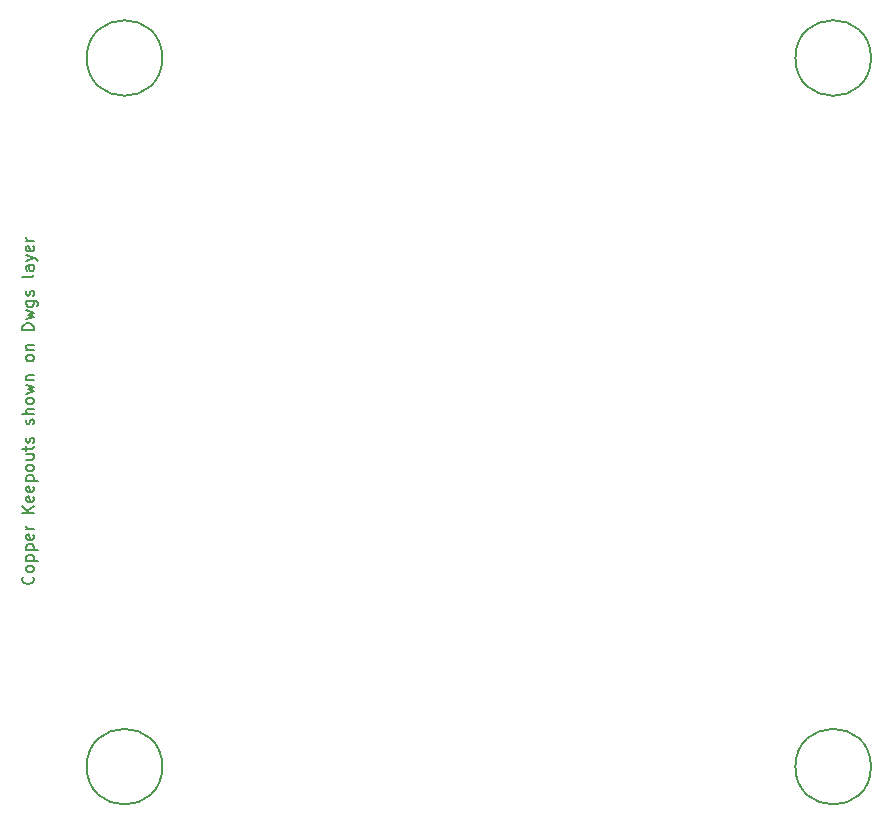
<source format=gbr>
%TF.GenerationSoftware,KiCad,Pcbnew,8.0.1*%
%TF.CreationDate,2024-09-11T09:05:04+09:00*%
%TF.ProjectId,raspcat,72617370-6361-4742-9e6b-696361645f70,rev?*%
%TF.SameCoordinates,Original*%
%TF.FileFunction,Other,Comment*%
%FSLAX46Y46*%
G04 Gerber Fmt 4.6, Leading zero omitted, Abs format (unit mm)*
G04 Created by KiCad (PCBNEW 8.0.1) date 2024-09-11 09:05:04*
%MOMM*%
%LPD*%
G01*
G04 APERTURE LIST*
%ADD10C,0.150000*%
G04 APERTURE END LIST*
D10*
X-2760420Y21099998D02*
X-2712800Y21052379D01*
X-2712800Y21052379D02*
X-2665181Y20909522D01*
X-2665181Y20909522D02*
X-2665181Y20814284D01*
X-2665181Y20814284D02*
X-2712800Y20671427D01*
X-2712800Y20671427D02*
X-2808039Y20576189D01*
X-2808039Y20576189D02*
X-2903277Y20528570D01*
X-2903277Y20528570D02*
X-3093753Y20480951D01*
X-3093753Y20480951D02*
X-3236610Y20480951D01*
X-3236610Y20480951D02*
X-3427086Y20528570D01*
X-3427086Y20528570D02*
X-3522324Y20576189D01*
X-3522324Y20576189D02*
X-3617562Y20671427D01*
X-3617562Y20671427D02*
X-3665181Y20814284D01*
X-3665181Y20814284D02*
X-3665181Y20909522D01*
X-3665181Y20909522D02*
X-3617562Y21052379D01*
X-3617562Y21052379D02*
X-3569943Y21099998D01*
X-2665181Y21671427D02*
X-2712800Y21576189D01*
X-2712800Y21576189D02*
X-2760420Y21528570D01*
X-2760420Y21528570D02*
X-2855658Y21480951D01*
X-2855658Y21480951D02*
X-3141372Y21480951D01*
X-3141372Y21480951D02*
X-3236610Y21528570D01*
X-3236610Y21528570D02*
X-3284229Y21576189D01*
X-3284229Y21576189D02*
X-3331848Y21671427D01*
X-3331848Y21671427D02*
X-3331848Y21814284D01*
X-3331848Y21814284D02*
X-3284229Y21909522D01*
X-3284229Y21909522D02*
X-3236610Y21957141D01*
X-3236610Y21957141D02*
X-3141372Y22004760D01*
X-3141372Y22004760D02*
X-2855658Y22004760D01*
X-2855658Y22004760D02*
X-2760420Y21957141D01*
X-2760420Y21957141D02*
X-2712800Y21909522D01*
X-2712800Y21909522D02*
X-2665181Y21814284D01*
X-2665181Y21814284D02*
X-2665181Y21671427D01*
X-3331848Y22433332D02*
X-2331848Y22433332D01*
X-3284229Y22433332D02*
X-3331848Y22528570D01*
X-3331848Y22528570D02*
X-3331848Y22719046D01*
X-3331848Y22719046D02*
X-3284229Y22814284D01*
X-3284229Y22814284D02*
X-3236610Y22861903D01*
X-3236610Y22861903D02*
X-3141372Y22909522D01*
X-3141372Y22909522D02*
X-2855658Y22909522D01*
X-2855658Y22909522D02*
X-2760420Y22861903D01*
X-2760420Y22861903D02*
X-2712800Y22814284D01*
X-2712800Y22814284D02*
X-2665181Y22719046D01*
X-2665181Y22719046D02*
X-2665181Y22528570D01*
X-2665181Y22528570D02*
X-2712800Y22433332D01*
X-3331848Y23338094D02*
X-2331848Y23338094D01*
X-3284229Y23338094D02*
X-3331848Y23433332D01*
X-3331848Y23433332D02*
X-3331848Y23623808D01*
X-3331848Y23623808D02*
X-3284229Y23719046D01*
X-3284229Y23719046D02*
X-3236610Y23766665D01*
X-3236610Y23766665D02*
X-3141372Y23814284D01*
X-3141372Y23814284D02*
X-2855658Y23814284D01*
X-2855658Y23814284D02*
X-2760420Y23766665D01*
X-2760420Y23766665D02*
X-2712800Y23719046D01*
X-2712800Y23719046D02*
X-2665181Y23623808D01*
X-2665181Y23623808D02*
X-2665181Y23433332D01*
X-2665181Y23433332D02*
X-2712800Y23338094D01*
X-2712800Y24623808D02*
X-2665181Y24528570D01*
X-2665181Y24528570D02*
X-2665181Y24338094D01*
X-2665181Y24338094D02*
X-2712800Y24242856D01*
X-2712800Y24242856D02*
X-2808039Y24195237D01*
X-2808039Y24195237D02*
X-3188991Y24195237D01*
X-3188991Y24195237D02*
X-3284229Y24242856D01*
X-3284229Y24242856D02*
X-3331848Y24338094D01*
X-3331848Y24338094D02*
X-3331848Y24528570D01*
X-3331848Y24528570D02*
X-3284229Y24623808D01*
X-3284229Y24623808D02*
X-3188991Y24671427D01*
X-3188991Y24671427D02*
X-3093753Y24671427D01*
X-3093753Y24671427D02*
X-2998515Y24195237D01*
X-2665181Y25099999D02*
X-3331848Y25099999D01*
X-3141372Y25099999D02*
X-3236610Y25147618D01*
X-3236610Y25147618D02*
X-3284229Y25195237D01*
X-3284229Y25195237D02*
X-3331848Y25290475D01*
X-3331848Y25290475D02*
X-3331848Y25385713D01*
X-2665181Y26480952D02*
X-3665181Y26480952D01*
X-2665181Y27052380D02*
X-3236610Y26623809D01*
X-3665181Y27052380D02*
X-3093753Y26480952D01*
X-2712800Y27861904D02*
X-2665181Y27766666D01*
X-2665181Y27766666D02*
X-2665181Y27576190D01*
X-2665181Y27576190D02*
X-2712800Y27480952D01*
X-2712800Y27480952D02*
X-2808039Y27433333D01*
X-2808039Y27433333D02*
X-3188991Y27433333D01*
X-3188991Y27433333D02*
X-3284229Y27480952D01*
X-3284229Y27480952D02*
X-3331848Y27576190D01*
X-3331848Y27576190D02*
X-3331848Y27766666D01*
X-3331848Y27766666D02*
X-3284229Y27861904D01*
X-3284229Y27861904D02*
X-3188991Y27909523D01*
X-3188991Y27909523D02*
X-3093753Y27909523D01*
X-3093753Y27909523D02*
X-2998515Y27433333D01*
X-2712800Y28719047D02*
X-2665181Y28623809D01*
X-2665181Y28623809D02*
X-2665181Y28433333D01*
X-2665181Y28433333D02*
X-2712800Y28338095D01*
X-2712800Y28338095D02*
X-2808039Y28290476D01*
X-2808039Y28290476D02*
X-3188991Y28290476D01*
X-3188991Y28290476D02*
X-3284229Y28338095D01*
X-3284229Y28338095D02*
X-3331848Y28433333D01*
X-3331848Y28433333D02*
X-3331848Y28623809D01*
X-3331848Y28623809D02*
X-3284229Y28719047D01*
X-3284229Y28719047D02*
X-3188991Y28766666D01*
X-3188991Y28766666D02*
X-3093753Y28766666D01*
X-3093753Y28766666D02*
X-2998515Y28290476D01*
X-3331848Y29195238D02*
X-2331848Y29195238D01*
X-3284229Y29195238D02*
X-3331848Y29290476D01*
X-3331848Y29290476D02*
X-3331848Y29480952D01*
X-3331848Y29480952D02*
X-3284229Y29576190D01*
X-3284229Y29576190D02*
X-3236610Y29623809D01*
X-3236610Y29623809D02*
X-3141372Y29671428D01*
X-3141372Y29671428D02*
X-2855658Y29671428D01*
X-2855658Y29671428D02*
X-2760420Y29623809D01*
X-2760420Y29623809D02*
X-2712800Y29576190D01*
X-2712800Y29576190D02*
X-2665181Y29480952D01*
X-2665181Y29480952D02*
X-2665181Y29290476D01*
X-2665181Y29290476D02*
X-2712800Y29195238D01*
X-2665181Y30242857D02*
X-2712800Y30147619D01*
X-2712800Y30147619D02*
X-2760420Y30100000D01*
X-2760420Y30100000D02*
X-2855658Y30052381D01*
X-2855658Y30052381D02*
X-3141372Y30052381D01*
X-3141372Y30052381D02*
X-3236610Y30100000D01*
X-3236610Y30100000D02*
X-3284229Y30147619D01*
X-3284229Y30147619D02*
X-3331848Y30242857D01*
X-3331848Y30242857D02*
X-3331848Y30385714D01*
X-3331848Y30385714D02*
X-3284229Y30480952D01*
X-3284229Y30480952D02*
X-3236610Y30528571D01*
X-3236610Y30528571D02*
X-3141372Y30576190D01*
X-3141372Y30576190D02*
X-2855658Y30576190D01*
X-2855658Y30576190D02*
X-2760420Y30528571D01*
X-2760420Y30528571D02*
X-2712800Y30480952D01*
X-2712800Y30480952D02*
X-2665181Y30385714D01*
X-2665181Y30385714D02*
X-2665181Y30242857D01*
X-3331848Y31433333D02*
X-2665181Y31433333D01*
X-3331848Y31004762D02*
X-2808039Y31004762D01*
X-2808039Y31004762D02*
X-2712800Y31052381D01*
X-2712800Y31052381D02*
X-2665181Y31147619D01*
X-2665181Y31147619D02*
X-2665181Y31290476D01*
X-2665181Y31290476D02*
X-2712800Y31385714D01*
X-2712800Y31385714D02*
X-2760420Y31433333D01*
X-3331848Y31766667D02*
X-3331848Y32147619D01*
X-3665181Y31909524D02*
X-2808039Y31909524D01*
X-2808039Y31909524D02*
X-2712800Y31957143D01*
X-2712800Y31957143D02*
X-2665181Y32052381D01*
X-2665181Y32052381D02*
X-2665181Y32147619D01*
X-2712800Y32433334D02*
X-2665181Y32528572D01*
X-2665181Y32528572D02*
X-2665181Y32719048D01*
X-2665181Y32719048D02*
X-2712800Y32814286D01*
X-2712800Y32814286D02*
X-2808039Y32861905D01*
X-2808039Y32861905D02*
X-2855658Y32861905D01*
X-2855658Y32861905D02*
X-2950896Y32814286D01*
X-2950896Y32814286D02*
X-2998515Y32719048D01*
X-2998515Y32719048D02*
X-2998515Y32576191D01*
X-2998515Y32576191D02*
X-3046134Y32480953D01*
X-3046134Y32480953D02*
X-3141372Y32433334D01*
X-3141372Y32433334D02*
X-3188991Y32433334D01*
X-3188991Y32433334D02*
X-3284229Y32480953D01*
X-3284229Y32480953D02*
X-3331848Y32576191D01*
X-3331848Y32576191D02*
X-3331848Y32719048D01*
X-3331848Y32719048D02*
X-3284229Y32814286D01*
X-2712800Y34004763D02*
X-2665181Y34100001D01*
X-2665181Y34100001D02*
X-2665181Y34290477D01*
X-2665181Y34290477D02*
X-2712800Y34385715D01*
X-2712800Y34385715D02*
X-2808039Y34433334D01*
X-2808039Y34433334D02*
X-2855658Y34433334D01*
X-2855658Y34433334D02*
X-2950896Y34385715D01*
X-2950896Y34385715D02*
X-2998515Y34290477D01*
X-2998515Y34290477D02*
X-2998515Y34147620D01*
X-2998515Y34147620D02*
X-3046134Y34052382D01*
X-3046134Y34052382D02*
X-3141372Y34004763D01*
X-3141372Y34004763D02*
X-3188991Y34004763D01*
X-3188991Y34004763D02*
X-3284229Y34052382D01*
X-3284229Y34052382D02*
X-3331848Y34147620D01*
X-3331848Y34147620D02*
X-3331848Y34290477D01*
X-3331848Y34290477D02*
X-3284229Y34385715D01*
X-2665181Y34861906D02*
X-3665181Y34861906D01*
X-2665181Y35290477D02*
X-3188991Y35290477D01*
X-3188991Y35290477D02*
X-3284229Y35242858D01*
X-3284229Y35242858D02*
X-3331848Y35147620D01*
X-3331848Y35147620D02*
X-3331848Y35004763D01*
X-3331848Y35004763D02*
X-3284229Y34909525D01*
X-3284229Y34909525D02*
X-3236610Y34861906D01*
X-2665181Y35909525D02*
X-2712800Y35814287D01*
X-2712800Y35814287D02*
X-2760420Y35766668D01*
X-2760420Y35766668D02*
X-2855658Y35719049D01*
X-2855658Y35719049D02*
X-3141372Y35719049D01*
X-3141372Y35719049D02*
X-3236610Y35766668D01*
X-3236610Y35766668D02*
X-3284229Y35814287D01*
X-3284229Y35814287D02*
X-3331848Y35909525D01*
X-3331848Y35909525D02*
X-3331848Y36052382D01*
X-3331848Y36052382D02*
X-3284229Y36147620D01*
X-3284229Y36147620D02*
X-3236610Y36195239D01*
X-3236610Y36195239D02*
X-3141372Y36242858D01*
X-3141372Y36242858D02*
X-2855658Y36242858D01*
X-2855658Y36242858D02*
X-2760420Y36195239D01*
X-2760420Y36195239D02*
X-2712800Y36147620D01*
X-2712800Y36147620D02*
X-2665181Y36052382D01*
X-2665181Y36052382D02*
X-2665181Y35909525D01*
X-3331848Y36576192D02*
X-2665181Y36766668D01*
X-2665181Y36766668D02*
X-3141372Y36957144D01*
X-3141372Y36957144D02*
X-2665181Y37147620D01*
X-2665181Y37147620D02*
X-3331848Y37338096D01*
X-3331848Y37719049D02*
X-2665181Y37719049D01*
X-3236610Y37719049D02*
X-3284229Y37766668D01*
X-3284229Y37766668D02*
X-3331848Y37861906D01*
X-3331848Y37861906D02*
X-3331848Y38004763D01*
X-3331848Y38004763D02*
X-3284229Y38100001D01*
X-3284229Y38100001D02*
X-3188991Y38147620D01*
X-3188991Y38147620D02*
X-2665181Y38147620D01*
X-2665181Y39528573D02*
X-2712800Y39433335D01*
X-2712800Y39433335D02*
X-2760420Y39385716D01*
X-2760420Y39385716D02*
X-2855658Y39338097D01*
X-2855658Y39338097D02*
X-3141372Y39338097D01*
X-3141372Y39338097D02*
X-3236610Y39385716D01*
X-3236610Y39385716D02*
X-3284229Y39433335D01*
X-3284229Y39433335D02*
X-3331848Y39528573D01*
X-3331848Y39528573D02*
X-3331848Y39671430D01*
X-3331848Y39671430D02*
X-3284229Y39766668D01*
X-3284229Y39766668D02*
X-3236610Y39814287D01*
X-3236610Y39814287D02*
X-3141372Y39861906D01*
X-3141372Y39861906D02*
X-2855658Y39861906D01*
X-2855658Y39861906D02*
X-2760420Y39814287D01*
X-2760420Y39814287D02*
X-2712800Y39766668D01*
X-2712800Y39766668D02*
X-2665181Y39671430D01*
X-2665181Y39671430D02*
X-2665181Y39528573D01*
X-3331848Y40290478D02*
X-2665181Y40290478D01*
X-3236610Y40290478D02*
X-3284229Y40338097D01*
X-3284229Y40338097D02*
X-3331848Y40433335D01*
X-3331848Y40433335D02*
X-3331848Y40576192D01*
X-3331848Y40576192D02*
X-3284229Y40671430D01*
X-3284229Y40671430D02*
X-3188991Y40719049D01*
X-3188991Y40719049D02*
X-2665181Y40719049D01*
X-2665181Y41957145D02*
X-3665181Y41957145D01*
X-3665181Y41957145D02*
X-3665181Y42195240D01*
X-3665181Y42195240D02*
X-3617562Y42338097D01*
X-3617562Y42338097D02*
X-3522324Y42433335D01*
X-3522324Y42433335D02*
X-3427086Y42480954D01*
X-3427086Y42480954D02*
X-3236610Y42528573D01*
X-3236610Y42528573D02*
X-3093753Y42528573D01*
X-3093753Y42528573D02*
X-2903277Y42480954D01*
X-2903277Y42480954D02*
X-2808039Y42433335D01*
X-2808039Y42433335D02*
X-2712800Y42338097D01*
X-2712800Y42338097D02*
X-2665181Y42195240D01*
X-2665181Y42195240D02*
X-2665181Y41957145D01*
X-3331848Y42861907D02*
X-2665181Y43052383D01*
X-2665181Y43052383D02*
X-3141372Y43242859D01*
X-3141372Y43242859D02*
X-2665181Y43433335D01*
X-2665181Y43433335D02*
X-3331848Y43623811D01*
X-3331848Y44433335D02*
X-2522324Y44433335D01*
X-2522324Y44433335D02*
X-2427086Y44385716D01*
X-2427086Y44385716D02*
X-2379467Y44338097D01*
X-2379467Y44338097D02*
X-2331848Y44242859D01*
X-2331848Y44242859D02*
X-2331848Y44100002D01*
X-2331848Y44100002D02*
X-2379467Y44004764D01*
X-2712800Y44433335D02*
X-2665181Y44338097D01*
X-2665181Y44338097D02*
X-2665181Y44147621D01*
X-2665181Y44147621D02*
X-2712800Y44052383D01*
X-2712800Y44052383D02*
X-2760420Y44004764D01*
X-2760420Y44004764D02*
X-2855658Y43957145D01*
X-2855658Y43957145D02*
X-3141372Y43957145D01*
X-3141372Y43957145D02*
X-3236610Y44004764D01*
X-3236610Y44004764D02*
X-3284229Y44052383D01*
X-3284229Y44052383D02*
X-3331848Y44147621D01*
X-3331848Y44147621D02*
X-3331848Y44338097D01*
X-3331848Y44338097D02*
X-3284229Y44433335D01*
X-2712800Y44861907D02*
X-2665181Y44957145D01*
X-2665181Y44957145D02*
X-2665181Y45147621D01*
X-2665181Y45147621D02*
X-2712800Y45242859D01*
X-2712800Y45242859D02*
X-2808039Y45290478D01*
X-2808039Y45290478D02*
X-2855658Y45290478D01*
X-2855658Y45290478D02*
X-2950896Y45242859D01*
X-2950896Y45242859D02*
X-2998515Y45147621D01*
X-2998515Y45147621D02*
X-2998515Y45004764D01*
X-2998515Y45004764D02*
X-3046134Y44909526D01*
X-3046134Y44909526D02*
X-3141372Y44861907D01*
X-3141372Y44861907D02*
X-3188991Y44861907D01*
X-3188991Y44861907D02*
X-3284229Y44909526D01*
X-3284229Y44909526D02*
X-3331848Y45004764D01*
X-3331848Y45004764D02*
X-3331848Y45147621D01*
X-3331848Y45147621D02*
X-3284229Y45242859D01*
X-2665181Y46623812D02*
X-2712800Y46528574D01*
X-2712800Y46528574D02*
X-2808039Y46480955D01*
X-2808039Y46480955D02*
X-3665181Y46480955D01*
X-2665181Y47433336D02*
X-3188991Y47433336D01*
X-3188991Y47433336D02*
X-3284229Y47385717D01*
X-3284229Y47385717D02*
X-3331848Y47290479D01*
X-3331848Y47290479D02*
X-3331848Y47100003D01*
X-3331848Y47100003D02*
X-3284229Y47004765D01*
X-2712800Y47433336D02*
X-2665181Y47338098D01*
X-2665181Y47338098D02*
X-2665181Y47100003D01*
X-2665181Y47100003D02*
X-2712800Y47004765D01*
X-2712800Y47004765D02*
X-2808039Y46957146D01*
X-2808039Y46957146D02*
X-2903277Y46957146D01*
X-2903277Y46957146D02*
X-2998515Y47004765D01*
X-2998515Y47004765D02*
X-3046134Y47100003D01*
X-3046134Y47100003D02*
X-3046134Y47338098D01*
X-3046134Y47338098D02*
X-3093753Y47433336D01*
X-3331848Y47814289D02*
X-2665181Y48052384D01*
X-3331848Y48290479D02*
X-2665181Y48052384D01*
X-2665181Y48052384D02*
X-2427086Y47957146D01*
X-2427086Y47957146D02*
X-2379467Y47909527D01*
X-2379467Y47909527D02*
X-2331848Y47814289D01*
X-2712800Y49052384D02*
X-2665181Y48957146D01*
X-2665181Y48957146D02*
X-2665181Y48766670D01*
X-2665181Y48766670D02*
X-2712800Y48671432D01*
X-2712800Y48671432D02*
X-2808039Y48623813D01*
X-2808039Y48623813D02*
X-3188991Y48623813D01*
X-3188991Y48623813D02*
X-3284229Y48671432D01*
X-3284229Y48671432D02*
X-3331848Y48766670D01*
X-3331848Y48766670D02*
X-3331848Y48957146D01*
X-3331848Y48957146D02*
X-3284229Y49052384D01*
X-3284229Y49052384D02*
X-3188991Y49100003D01*
X-3188991Y49100003D02*
X-3093753Y49100003D01*
X-3093753Y49100003D02*
X-2998515Y48623813D01*
X-2665181Y49528575D02*
X-3331848Y49528575D01*
X-3141372Y49528575D02*
X-3236610Y49576194D01*
X-3236610Y49576194D02*
X-3284229Y49623813D01*
X-3284229Y49623813D02*
X-3331848Y49719051D01*
X-3331848Y49719051D02*
X-3331848Y49814289D01*
%TO.C,H3*%
X68200000Y5000000D02*
G75*
G02*
X61800000Y5000000I-3200000J0D01*
G01*
X61800000Y5000000D02*
G75*
G02*
X68200000Y5000000I3200000J0D01*
G01*
%TO.C,H4*%
X68200000Y65000000D02*
G75*
G02*
X61800000Y65000000I-3200000J0D01*
G01*
X61800000Y65000000D02*
G75*
G02*
X68200000Y65000000I3200000J0D01*
G01*
%TO.C,H1*%
X8200000Y5000000D02*
G75*
G02*
X1800000Y5000000I-3200000J0D01*
G01*
X1800000Y5000000D02*
G75*
G02*
X8200000Y5000000I3200000J0D01*
G01*
%TO.C,H2*%
X8200000Y65000000D02*
G75*
G02*
X1800000Y65000000I-3200000J0D01*
G01*
X1800000Y65000000D02*
G75*
G02*
X8200000Y65000000I3200000J0D01*
G01*
%TD*%
M02*

</source>
